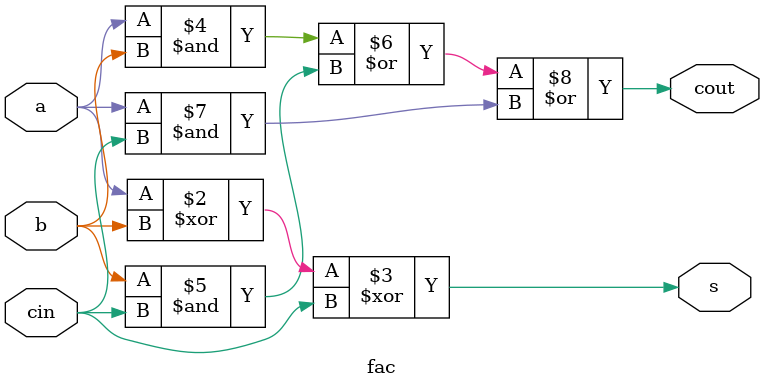
<source format=v>
module fac(
input a,b,cin,
output reg s,cout
);
always@(a,b,cin)begin
 s = a^b^cin;
cout = a&b|b&cin|a&cin;
end
endmodule

</source>
